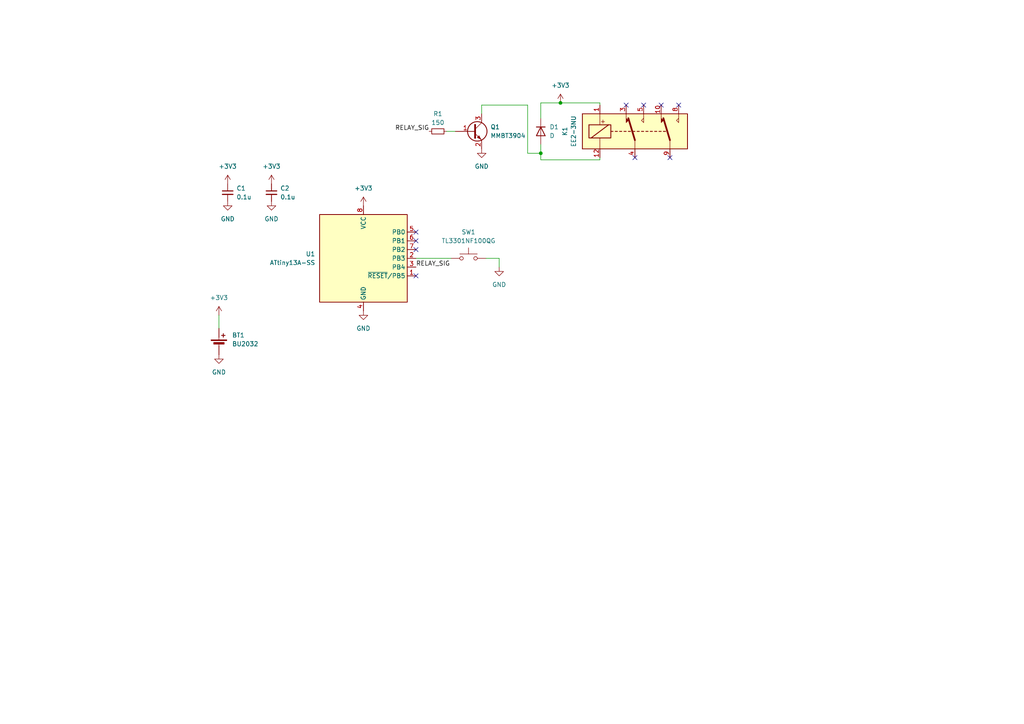
<source format=kicad_sch>
(kicad_sch (version 20230121) (generator eeschema)
  (paper "A4")
  (lib_symbols
    (symbol "Device:Battery_Cell" (pin_numbers hide) (pin_names (offset 0) hide)
      (property "Reference" "BT" (at 2.54 2.54 0))
      (property "Value" "Battery_Cell" (at 2.54 0 0))
      (symbol "Battery_Cell_0_1"
        (rectangle (start -2.286 1.778) (end 2.286 1.524) (fill (type outline)))
        (rectangle (start -1.524 1.016) (end 1.524 0.508) (fill (type outline)))
        (polyline (pts (xy 0 0.762) (xy 0 0)))
        (polyline (pts (xy 0 1.778) (xy 0 2.54)))
        (polyline (pts (xy 0.762 3.048) (xy 1.778 3.048)) (stroke (width 0.254)))
        (polyline (pts (xy 1.27 3.556) (xy 1.27 2.54)) (stroke (width 0.254)))
      )
      (symbol "Battery_Cell_1_1"
        (pin passive line (at 0 5.08 270) (length 2.54) (name "+") (number "1"))
        (pin passive line (at 0 -2.54 90) (length 2.54) (name "-") (number "2"))
      )
    )
    (symbol "Device:C_Small" (pin_numbers hide) (pin_names (offset 0.254) hide)
      (property "Reference" "C" (at 0.254 1.778 0))
      (property "Value" "C_Small" (at 0.254 -2.032 0))
      (symbol "C_Small_0_1"
        (polyline (pts (xy -1.524 -0.508) (xy 1.524 -0.508)) (stroke (width 0.3302)))
        (polyline (pts (xy -1.524 0.508) (xy 1.524 0.508)) (stroke (width 0.3048)))
      )
      (symbol "C_Small_1_1"
        (pin passive line (at 0 2.54 270) (length 2.032) (name "~") (number "1"))
        (pin passive line (at 0 -2.54 90) (length 2.032) (name "~") (number "2"))
      )
    )
    (symbol "Device:D" (pin_numbers hide) (pin_names (offset 1.016) hide)
      (property "Reference" "D" (at 0 2.54 0))
      (property "Value" "D" (at 0 -2.54 0))
      (symbol "D_0_1"
        (polyline (pts (xy -1.27 1.27) (xy -1.27 -1.27)) (stroke (width 0.254)))
        (polyline (pts (xy 1.27 0) (xy -1.27 0)))
        (polyline (pts (xy 1.27 1.27) (xy 1.27 -1.27) (xy -1.27 0) (xy 1.27 1.27)) (stroke (width 0.254)))
      )
      (symbol "D_1_1"
        (pin passive line (at -3.81 0 0) (length 2.54) (name "K") (number "1"))
        (pin passive line (at 3.81 0 180) (length 2.54) (name "A") (number "2"))
      )
    )
    (symbol "Device:R_Small" (pin_numbers hide) (pin_names (offset 0.254) hide)
      (property "Reference" "R" (at 0.762 0.508 0))
      (property "Value" "R_Small" (at 0.762 -1.016 0))
      (symbol "R_Small_0_1"
        (rectangle (start -0.762 1.778) (end 0.762 -1.778) (stroke (width 0.2032)))
      )
      (symbol "R_Small_1_1"
        (pin passive line (at 0 2.54 270) (length 0.762) (name "~") (number "1"))
        (pin passive line (at 0 -2.54 90) (length 0.762) (name "~") (number "2"))
      )
    )
    (symbol "MCU_Microchip_ATtiny:ATtiny13A-SS"
      (property "Reference" "U" (at -12.7 13.97 0))
      (property "Value" "ATtiny13A-SS" (at 2.54 -13.97 0))
      (symbol "ATtiny13A-SS_0_1"
        (rectangle (start -12.7 -12.7) (end 12.7 12.7) (stroke (width 0.254)) (fill (type background)))
      )
      (symbol "ATtiny13A-SS_1_1"
        (pin bidirectional line (at 15.24 -5.08 180) (length 2.54) (name "~{RESET}/PB5") (number "1"))
        (pin bidirectional line (at 15.24 0 180) (length 2.54) (name "PB3") (number "2"))
        (pin bidirectional line (at 15.24 -2.54 180) (length 2.54) (name "PB4") (number "3"))
        (pin power_in line (at 0 -15.24 90) (length 2.54) (name "GND") (number "4"))
        (pin bidirectional line (at 15.24 7.62 180) (length 2.54) (name "PB0") (number "5"))
        (pin bidirectional line (at 15.24 5.08 180) (length 2.54) (name "PB1") (number "6"))
        (pin bidirectional line (at 15.24 2.54 180) (length 2.54) (name "PB2") (number "7"))
        (pin power_in line (at 0 15.24 270) (length 2.54) (name "VCC") (number "8"))
      )
    )
    (symbol "Relay:EC2-3NU"
      (property "Reference" "K" (at 15.24 8.89 0))
      (property "Value" "EC2-3NU" (at 19.05 6.35 0))
      (symbol "EC2-3NU_1_1"
        (rectangle (start -15.24 5.08) (end 15.24 -5.08) (stroke (width 0.254)) (fill (type background)))
        (rectangle (start -13.335 1.905) (end -6.985 -1.905) (stroke (width 0.254)))
        (polyline (pts (xy -12.7 -1.905) (xy -7.62 1.905)) (stroke (width 0.254)))
        (polyline (pts (xy -10.16 -5.08) (xy -10.16 -1.905)))
        (polyline (pts (xy -10.16 5.08) (xy -10.16 1.905)))
        (polyline (pts (xy -6.985 0) (xy -6.35 0)) (stroke (width 0.254)))
        (polyline (pts (xy -5.715 0) (xy -5.08 0)) (stroke (width 0.254)))
        (polyline (pts (xy -4.445 0) (xy -3.81 0)) (stroke (width 0.254)))
        (polyline (pts (xy -3.175 0) (xy -2.54 0)) (stroke (width 0.254)))
        (polyline (pts (xy -1.905 0) (xy -1.27 0)) (stroke (width 0.254)))
        (polyline (pts (xy -0.635 0) (xy 0 0)) (stroke (width 0.254)))
        (polyline (pts (xy 0 -2.54) (xy -1.905 3.81)) (stroke (width 0.508)))
        (polyline (pts (xy 0 -2.54) (xy 0 -5.08)))
        (polyline (pts (xy 0.635 0) (xy 1.27 0)) (stroke (width 0.254)))
        (polyline (pts (xy 1.905 0) (xy 2.54 0)) (stroke (width 0.254)))
        (polyline (pts (xy 3.175 0) (xy 3.81 0)) (stroke (width 0.254)))
        (polyline (pts (xy 4.445 0) (xy 5.08 0)) (stroke (width 0.254)))
        (polyline (pts (xy 5.715 0) (xy 6.35 0)) (stroke (width 0.254)))
        (polyline (pts (xy 6.985 0) (xy 7.62 0)) (stroke (width 0.254)))
        (polyline (pts (xy 8.255 0) (xy 8.89 0)) (stroke (width 0.254)))
        (polyline (pts (xy 10.16 -2.54) (xy 8.255 3.81)) (stroke (width 0.508)))
        (polyline (pts (xy 10.16 -2.54) (xy 10.16 -5.08)))
        (polyline (pts (xy -2.54 5.08) (xy -2.54 2.54) (xy -1.905 3.175) (xy -2.54 3.81)) (fill (type outline)))
        (polyline (pts (xy 2.54 5.08) (xy 2.54 2.54) (xy 1.905 3.175) (xy 2.54 3.81)))
        (polyline (pts (xy 7.62 5.08) (xy 7.62 2.54) (xy 8.255 3.175) (xy 7.62 3.81)) (fill (type outline)))
        (polyline (pts (xy 12.7 5.08) (xy 12.7 2.54) (xy 12.065 3.175) (xy 12.7 3.81)))
        (text "+" (at -9.271 2.921 0) (effects (font (size 1.27 1.27))))
        (pin passive line (at -10.16 7.62 270) (length 2.54) (name "~") (number "1"))
        (pin passive line (at 7.62 7.62 270) (length 2.54) (name "~") (number "10"))
        (pin passive line (at -10.16 -7.62 90) (length 2.54) (name "~") (number "12"))
        (pin passive line (at -2.54 7.62 270) (length 2.54) (name "~") (number "3"))
        (pin passive line (at 0 -7.62 90) (length 2.54) (name "~") (number "4"))
        (pin passive line (at 2.54 7.62 270) (length 2.54) (name "~") (number "5"))
        (pin passive line (at 12.7 7.62 270) (length 2.54) (name "~") (number "8"))
        (pin passive line (at 10.16 -7.62 90) (length 2.54) (name "~") (number "9"))
      )
    )
    (symbol "Switch:SW_Push" (pin_numbers hide) (pin_names (offset 1.016) hide)
      (property "Reference" "SW" (at 1.27 2.54 0))
      (property "Value" "SW_Push" (at 0 -1.524 0))
      (symbol "SW_Push_0_1"
        (circle (center -2.032 0) (radius 0.508))
        (polyline (pts (xy 0 1.27) (xy 0 3.048)))
        (polyline (pts (xy 2.54 1.27) (xy -2.54 1.27)))
        (circle (center 2.032 0) (radius 0.508))
        (pin passive line (at -5.08 0 0) (length 2.54) (name "1") (number "1"))
        (pin passive line (at 5.08 0 180) (length 2.54) (name "2") (number "2"))
      )
    )
    (symbol "Transistor_BJT:MMBT3904" (pin_names (offset 0) hide)
      (property "Reference" "Q" (at 5.08 1.905 0))
      (property "Value" "MMBT3904" (at 5.08 0 0))
      (symbol "MMBT3904_0_1"
        (polyline (pts (xy 0.635 0.635) (xy 2.54 2.54)))
        (polyline (pts (xy 0.635 -0.635) (xy 2.54 -2.54) (xy 2.54 -2.54)))
        (polyline (pts (xy 0.635 1.905) (xy 0.635 -1.905) (xy 0.635 -1.905)) (stroke (width 0.508)))
        (polyline (pts (xy 1.27 -1.778) (xy 1.778 -1.27) (xy 2.286 -2.286) (xy 1.27 -1.778) (xy 1.27 -1.778)) (fill (type outline)))
        (circle (center 1.27 0) (radius 2.8194) (stroke (width 0.254)))
      )
      (symbol "MMBT3904_1_1"
        (pin input line (at -5.08 0 0) (length 5.715) (name "B") (number "1"))
        (pin passive line (at 2.54 -5.08 90) (length 2.54) (name "E") (number "2"))
        (pin passive line (at 2.54 5.08 270) (length 2.54) (name "C") (number "3"))
      )
    )
    (symbol "power:+3V3" (power) (pin_names (offset 0))
      (property "Value" "+3V3" (at 0 3.556 0))
      (symbol "+3V3_0_1"
        (polyline (pts (xy -0.762 1.27) (xy 0 2.54)))
        (polyline (pts (xy 0 0) (xy 0 2.54)))
        (polyline (pts (xy 0 2.54) (xy 0.762 1.27)))
      )
      (symbol "+3V3_1_1"
        (pin power_in line (at 0 0 90) (length 0) hide (name "+3V3") (number "1"))
      )
    )
    (symbol "power:GND" (power) (pin_names (offset 0))
      (property "Value" "GND" (at 0 -3.81 0))
      (symbol "GND_0_1"
        (polyline (pts (xy 0 0) (xy 0 -1.27) (xy 1.27 -1.27) (xy 0 -2.54) (xy -1.27 -1.27) (xy 0 -1.27)))
      )
      (symbol "GND_1_1"
        (pin power_in line (at 0 0 270) (length 0) hide (name "GND") (number "1"))
      )
    )
  )
  (junction (at 162.56 29.845))
  (junction (at 156.845 44.45))
  (no_connect (at 191.77 30.48))
  (no_connect (at 120.65 69.85))
  (no_connect (at 184.15 45.72))
  (no_connect (at 120.65 67.31))
  (no_connect (at 196.85 30.48))
  (no_connect (at 120.65 72.39))
  (no_connect (at 194.31 45.72))
  (no_connect (at 181.61 30.48))
  (no_connect (at 120.65 80.01))
  (no_connect (at 186.69 30.48))
  (wire (pts (xy 156.845 46.355) (xy 156.845 44.45)))
  (wire (pts (xy 63.5 91.44) (xy 63.5 95.25)))
  (wire (pts (xy 156.845 29.845) (xy 156.845 34.29)))
  (wire (pts (xy 173.99 45.72) (xy 173.99 46.355)))
  (wire (pts (xy 129.54 38.1) (xy 132.08 38.1)))
  (wire (pts (xy 139.7 30.48) (xy 153.035 30.48)))
  (wire (pts (xy 120.65 74.93) (xy 130.81 74.93)))
  (wire (pts (xy 173.99 29.845) (xy 173.99 30.48)))
  (wire (pts (xy 162.56 29.845) (xy 173.99 29.845)))
  (wire (pts (xy 139.7 33.02) (xy 139.7 30.48)))
  (wire (pts (xy 144.78 74.93) (xy 144.78 77.47)))
  (wire (pts (xy 153.035 44.45) (xy 156.845 44.45)))
  (wire (pts (xy 156.845 44.45) (xy 156.845 41.91)))
  (wire (pts (xy 140.97 74.93) (xy 144.78 74.93)))
  (wire (pts (xy 156.845 29.845) (xy 162.56 29.845)))
  (wire (pts (xy 153.035 30.48) (xy 153.035 44.45)))
  (wire (pts (xy 173.99 46.355) (xy 156.845 46.355)))
  (label "RELAY_SIG" (at 120.65 77.47 0))
  (label "RELAY_SIG" (at 124.46 38.1 180))
  (symbol (lib_id "Relay:EC2-3NU") (at 184.15 38.1 0) (unit 1)
    (property "Reference" "K1" (at 163.83 38.1 90))
    (property "Value" "EE2-3NU" (at 166.37 38.1 90))
    (property "Footprint" "Relay_THT:Relay_DPDT_Kemet_EC2" (effects hide))
    (property "Datasheet" "https://content.kemet.com/datasheets/KEM_R7002_EC2_EE2.pdf" (effects hide))
  )
  (symbol (lib_id "MCU_Microchip_ATtiny:ATtiny13A-SS") (at 105.41 74.93 0) (unit 1)
    (property "Reference" "U1" (at 91.44 73.66 0) (effects (justify right)))
    (property "Value" "ATtiny13A-SS" (at 91.44 76.2 0) (effects (justify right)))
    (property "Footprint" "Package_SO:SOIC-8_3.9x4.9mm_P1.27mm" (effects hide))
    (property "Datasheet" "http://ww1.microchip.com/downloads/en/DeviceDoc/doc8126.pdf" (effects hide))
  )
  (symbol (lib_id "power:GND") (at 105.41 90.17 0) (unit 1)
    (property "Reference" "#PWR01" (effects hide))
    (property "Value" "GND" (at 105.41 95.25 0))
  )
  (symbol (lib_id "Device:D") (at 156.845 38.1 270) (unit 1)
    (property "Reference" "D1" (at 159.385 36.83 90) (effects (justify left)))
    (property "Value" "D" (at 159.385 39.37 90) (effects (justify left)))
    (property "Footprint" "Diode_SMD:D_SOD-123" (effects hide))
    (property "Sim.Device" "D" (effects hide))
    (property "Sim.Pins" "1=K 2=A" (effects hide))
  )
  (symbol (lib_id "power:GND") (at 63.5 102.87 0) (unit 1)
    (property "Reference" "#PWR08" (effects hide))
    (property "Value" "GND" (at 63.5 107.95 0))
  )
  (symbol (lib_id "power:+3V3") (at 162.56 29.845 0) (unit 1)
    (property "Reference" "#PWR010" (effects hide))
    (property "Value" "+3V3" (at 162.56 24.765 0))
  )
  (symbol (lib_id "power:+3V3") (at 78.74 53.34 0) (unit 1)
    (property "Reference" "#PWR06" (effects hide))
    (property "Value" "+3V3" (at 78.74 48.26 0))
  )
  (symbol (lib_id "power:GND") (at 139.7 43.18 0) (unit 1)
    (property "Reference" "#PWR04" (effects hide))
    (property "Value" "GND" (at 139.7 48.26 0))
  )
  (symbol (lib_id "power:+3V3") (at 105.41 59.69 0) (unit 1)
    (property "Reference" "#PWR02" (effects hide))
    (property "Value" "+3V3" (at 105.41 54.61 0))
  )
  (symbol (lib_id "Device:Battery_Cell") (at 63.5 100.33 0) (unit 1)
    (property "Reference" "BT1" (at 67.31 97.2185 0) (effects (justify left)))
    (property "Value" "BU2032" (at 67.31 99.7585 0) (effects (justify left)))
    (property "Footprint" "footprints:BAT_BU2032-1-HD-G" (effects hide))
  )
  (symbol (lib_id "Device:C_Small") (at 78.74 55.88 0) (unit 1)
    (property "Reference" "C2" (at 81.28 54.6163 0) (effects (justify left)))
    (property "Value" "0.1u" (at 81.28 57.1563 0) (effects (justify left)))
    (property "Footprint" "Capacitor_SMD:C_0402_1005Metric" (effects hide))
  )
  (symbol (lib_id "power:GND") (at 78.74 58.42 0) (unit 1)
    (property "Reference" "#PWR05" (effects hide))
    (property "Value" "GND" (at 78.74 63.5 0))
  )
  (symbol (lib_id "power:GND") (at 144.78 77.47 0) (unit 1)
    (property "Reference" "#PWR011" (effects hide))
    (property "Value" "GND" (at 144.78 82.55 0))
  )
  (symbol (lib_id "power:+3V3") (at 63.5 91.44 0) (unit 1)
    (property "Reference" "#PWR09" (effects hide))
    (property "Value" "+3V3" (at 63.5 86.36 0))
  )
  (symbol (lib_id "Transistor_BJT:MMBT3904") (at 137.16 38.1 0) (unit 1)
    (property "Reference" "Q1" (at 142.24 36.83 0) (effects (justify left)))
    (property "Value" "MMBT3904" (at 142.24 39.37 0) (effects (justify left)))
    (property "Footprint" "Package_TO_SOT_SMD:SOT-23" (effects hide))
    (property "Datasheet" "https://www.onsemi.com/pub/Collateral/2N3903-D.PDF" (effects hide))
  )
  (symbol (lib_id "power:+3V3") (at 66.04 53.34 0) (unit 1)
    (property "Reference" "#PWR07" (effects hide))
    (property "Value" "+3V3" (at 66.04 48.26 0))
  )
  (symbol (lib_id "power:GND") (at 66.04 58.42 0) (unit 1)
    (property "Reference" "#PWR03" (effects hide))
    (property "Value" "GND" (at 66.04 63.5 0))
  )
  (symbol (lib_id "Switch:SW_Push") (at 135.89 74.93 0) (unit 1)
    (property "Reference" "SW1" (at 135.89 67.31 0))
    (property "Value" "TL3301NF100QG" (at 135.89 69.85 0))
    (property "Footprint" "Button_Switch_SMD:SW_Push_1P1T_NO_6x6mm_H9.5mm" (effects hide))
  )
  (symbol (lib_id "Device:C_Small") (at 66.04 55.88 0) (unit 1)
    (property "Reference" "C1" (at 68.58 54.6163 0) (effects (justify left)))
    (property "Value" "0.1u" (at 68.58 57.1563 0) (effects (justify left)))
    (property "Footprint" "Capacitor_SMD:C_0402_1005Metric" (effects hide))
  )
  (symbol (lib_id "Device:R_Small") (at 127 38.1 90) (unit 1)
    (property "Reference" "R1" (at 127 33.02 90))
    (property "Value" "150" (at 127 35.56 90))
    (property "Footprint" "Resistor_SMD:R_0402_1005Metric" (effects hide))
  )
)
</source>
